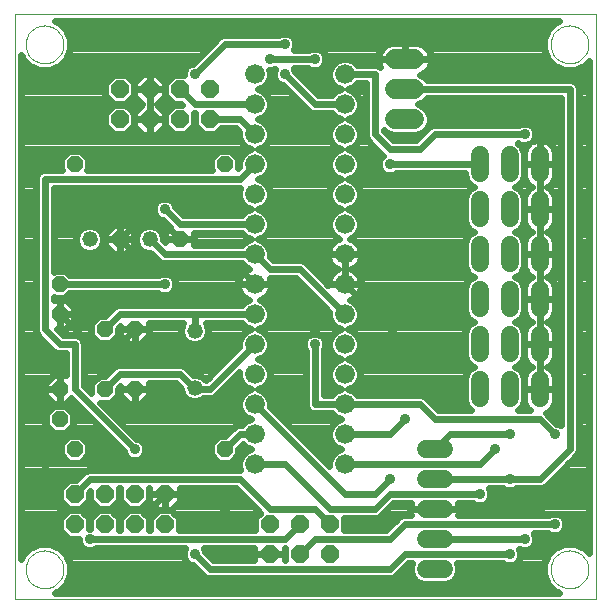
<source format=gbl>
G75*
%MOIN*%
%OFA0B0*%
%FSLAX24Y24*%
%IPPOS*%
%LPD*%
%AMOC8*
5,1,8,0,0,1.08239X$1,22.5*
%
%ADD10C,0.0000*%
%ADD11C,0.0660*%
%ADD12C,0.0520*%
%ADD13OC8,0.0520*%
%ADD14OC8,0.0600*%
%ADD15C,0.0600*%
%ADD16C,0.0660*%
%ADD17C,0.0240*%
%ADD18C,0.0360*%
D10*
X000220Y002000D02*
X000220Y021496D01*
X019590Y021496D01*
X019590Y002000D01*
X000220Y002000D01*
X000590Y003000D02*
X000592Y003050D01*
X000598Y003100D01*
X000608Y003149D01*
X000622Y003197D01*
X000639Y003244D01*
X000660Y003289D01*
X000685Y003333D01*
X000713Y003374D01*
X000745Y003413D01*
X000779Y003450D01*
X000816Y003484D01*
X000856Y003514D01*
X000898Y003541D01*
X000942Y003565D01*
X000988Y003586D01*
X001035Y003602D01*
X001083Y003615D01*
X001133Y003624D01*
X001182Y003629D01*
X001233Y003630D01*
X001283Y003627D01*
X001332Y003620D01*
X001381Y003609D01*
X001429Y003594D01*
X001475Y003576D01*
X001520Y003554D01*
X001563Y003528D01*
X001604Y003499D01*
X001643Y003467D01*
X001679Y003432D01*
X001711Y003394D01*
X001741Y003354D01*
X001768Y003311D01*
X001791Y003267D01*
X001810Y003221D01*
X001826Y003173D01*
X001838Y003124D01*
X001846Y003075D01*
X001850Y003025D01*
X001850Y002975D01*
X001846Y002925D01*
X001838Y002876D01*
X001826Y002827D01*
X001810Y002779D01*
X001791Y002733D01*
X001768Y002689D01*
X001741Y002646D01*
X001711Y002606D01*
X001679Y002568D01*
X001643Y002533D01*
X001604Y002501D01*
X001563Y002472D01*
X001520Y002446D01*
X001475Y002424D01*
X001429Y002406D01*
X001381Y002391D01*
X001332Y002380D01*
X001283Y002373D01*
X001233Y002370D01*
X001182Y002371D01*
X001133Y002376D01*
X001083Y002385D01*
X001035Y002398D01*
X000988Y002414D01*
X000942Y002435D01*
X000898Y002459D01*
X000856Y002486D01*
X000816Y002516D01*
X000779Y002550D01*
X000745Y002587D01*
X000713Y002626D01*
X000685Y002667D01*
X000660Y002711D01*
X000639Y002756D01*
X000622Y002803D01*
X000608Y002851D01*
X000598Y002900D01*
X000592Y002950D01*
X000590Y003000D01*
X000590Y020500D02*
X000592Y020550D01*
X000598Y020600D01*
X000608Y020649D01*
X000622Y020697D01*
X000639Y020744D01*
X000660Y020789D01*
X000685Y020833D01*
X000713Y020874D01*
X000745Y020913D01*
X000779Y020950D01*
X000816Y020984D01*
X000856Y021014D01*
X000898Y021041D01*
X000942Y021065D01*
X000988Y021086D01*
X001035Y021102D01*
X001083Y021115D01*
X001133Y021124D01*
X001182Y021129D01*
X001233Y021130D01*
X001283Y021127D01*
X001332Y021120D01*
X001381Y021109D01*
X001429Y021094D01*
X001475Y021076D01*
X001520Y021054D01*
X001563Y021028D01*
X001604Y020999D01*
X001643Y020967D01*
X001679Y020932D01*
X001711Y020894D01*
X001741Y020854D01*
X001768Y020811D01*
X001791Y020767D01*
X001810Y020721D01*
X001826Y020673D01*
X001838Y020624D01*
X001846Y020575D01*
X001850Y020525D01*
X001850Y020475D01*
X001846Y020425D01*
X001838Y020376D01*
X001826Y020327D01*
X001810Y020279D01*
X001791Y020233D01*
X001768Y020189D01*
X001741Y020146D01*
X001711Y020106D01*
X001679Y020068D01*
X001643Y020033D01*
X001604Y020001D01*
X001563Y019972D01*
X001520Y019946D01*
X001475Y019924D01*
X001429Y019906D01*
X001381Y019891D01*
X001332Y019880D01*
X001283Y019873D01*
X001233Y019870D01*
X001182Y019871D01*
X001133Y019876D01*
X001083Y019885D01*
X001035Y019898D01*
X000988Y019914D01*
X000942Y019935D01*
X000898Y019959D01*
X000856Y019986D01*
X000816Y020016D01*
X000779Y020050D01*
X000745Y020087D01*
X000713Y020126D01*
X000685Y020167D01*
X000660Y020211D01*
X000639Y020256D01*
X000622Y020303D01*
X000608Y020351D01*
X000598Y020400D01*
X000592Y020450D01*
X000590Y020500D01*
X018090Y020500D02*
X018092Y020550D01*
X018098Y020600D01*
X018108Y020649D01*
X018122Y020697D01*
X018139Y020744D01*
X018160Y020789D01*
X018185Y020833D01*
X018213Y020874D01*
X018245Y020913D01*
X018279Y020950D01*
X018316Y020984D01*
X018356Y021014D01*
X018398Y021041D01*
X018442Y021065D01*
X018488Y021086D01*
X018535Y021102D01*
X018583Y021115D01*
X018633Y021124D01*
X018682Y021129D01*
X018733Y021130D01*
X018783Y021127D01*
X018832Y021120D01*
X018881Y021109D01*
X018929Y021094D01*
X018975Y021076D01*
X019020Y021054D01*
X019063Y021028D01*
X019104Y020999D01*
X019143Y020967D01*
X019179Y020932D01*
X019211Y020894D01*
X019241Y020854D01*
X019268Y020811D01*
X019291Y020767D01*
X019310Y020721D01*
X019326Y020673D01*
X019338Y020624D01*
X019346Y020575D01*
X019350Y020525D01*
X019350Y020475D01*
X019346Y020425D01*
X019338Y020376D01*
X019326Y020327D01*
X019310Y020279D01*
X019291Y020233D01*
X019268Y020189D01*
X019241Y020146D01*
X019211Y020106D01*
X019179Y020068D01*
X019143Y020033D01*
X019104Y020001D01*
X019063Y019972D01*
X019020Y019946D01*
X018975Y019924D01*
X018929Y019906D01*
X018881Y019891D01*
X018832Y019880D01*
X018783Y019873D01*
X018733Y019870D01*
X018682Y019871D01*
X018633Y019876D01*
X018583Y019885D01*
X018535Y019898D01*
X018488Y019914D01*
X018442Y019935D01*
X018398Y019959D01*
X018356Y019986D01*
X018316Y020016D01*
X018279Y020050D01*
X018245Y020087D01*
X018213Y020126D01*
X018185Y020167D01*
X018160Y020211D01*
X018139Y020256D01*
X018122Y020303D01*
X018108Y020351D01*
X018098Y020400D01*
X018092Y020450D01*
X018090Y020500D01*
X018090Y003000D02*
X018092Y003050D01*
X018098Y003100D01*
X018108Y003149D01*
X018122Y003197D01*
X018139Y003244D01*
X018160Y003289D01*
X018185Y003333D01*
X018213Y003374D01*
X018245Y003413D01*
X018279Y003450D01*
X018316Y003484D01*
X018356Y003514D01*
X018398Y003541D01*
X018442Y003565D01*
X018488Y003586D01*
X018535Y003602D01*
X018583Y003615D01*
X018633Y003624D01*
X018682Y003629D01*
X018733Y003630D01*
X018783Y003627D01*
X018832Y003620D01*
X018881Y003609D01*
X018929Y003594D01*
X018975Y003576D01*
X019020Y003554D01*
X019063Y003528D01*
X019104Y003499D01*
X019143Y003467D01*
X019179Y003432D01*
X019211Y003394D01*
X019241Y003354D01*
X019268Y003311D01*
X019291Y003267D01*
X019310Y003221D01*
X019326Y003173D01*
X019338Y003124D01*
X019346Y003075D01*
X019350Y003025D01*
X019350Y002975D01*
X019346Y002925D01*
X019338Y002876D01*
X019326Y002827D01*
X019310Y002779D01*
X019291Y002733D01*
X019268Y002689D01*
X019241Y002646D01*
X019211Y002606D01*
X019179Y002568D01*
X019143Y002533D01*
X019104Y002501D01*
X019063Y002472D01*
X019020Y002446D01*
X018975Y002424D01*
X018929Y002406D01*
X018881Y002391D01*
X018832Y002380D01*
X018783Y002373D01*
X018733Y002370D01*
X018682Y002371D01*
X018633Y002376D01*
X018583Y002385D01*
X018535Y002398D01*
X018488Y002414D01*
X018442Y002435D01*
X018398Y002459D01*
X018356Y002486D01*
X018316Y002516D01*
X018279Y002550D01*
X018245Y002587D01*
X018213Y002626D01*
X018185Y002667D01*
X018160Y002711D01*
X018139Y002756D01*
X018122Y002803D01*
X018108Y002851D01*
X018098Y002900D01*
X018092Y002950D01*
X018090Y003000D01*
D11*
X011220Y006500D03*
X011220Y007500D03*
X011220Y008500D03*
X011220Y009500D03*
X011220Y010500D03*
X011220Y011500D03*
X011220Y012500D03*
X011220Y013500D03*
X011220Y014500D03*
X011220Y015500D03*
X011220Y016500D03*
X011220Y017500D03*
X011220Y018500D03*
X011220Y019500D03*
X008220Y019500D03*
X008220Y018500D03*
X008220Y017500D03*
X008220Y016500D03*
X008220Y015500D03*
X008220Y014500D03*
X008220Y013500D03*
X008220Y012500D03*
X008220Y011500D03*
X008220Y010500D03*
X008220Y009500D03*
X008220Y008500D03*
X008220Y007500D03*
X008220Y006500D03*
D12*
X006220Y009050D03*
X006220Y010950D03*
X004720Y014000D03*
X002720Y014000D03*
D13*
X003720Y014000D03*
X005720Y014000D03*
X007220Y016500D03*
X002220Y016500D03*
X001720Y012500D03*
X001720Y011500D03*
X003220Y011000D03*
X004220Y011000D03*
X004220Y009000D03*
X003220Y009000D03*
X001720Y009000D03*
X001720Y008000D03*
X002220Y007000D03*
X007220Y007000D03*
D14*
X005220Y005500D03*
X005220Y004500D03*
X004220Y004500D03*
X004220Y005500D03*
X003220Y005500D03*
X003220Y004500D03*
X002220Y004500D03*
X002220Y005500D03*
X008720Y004500D03*
X008720Y003500D03*
X009720Y003500D03*
X010720Y003500D03*
X010720Y004500D03*
X009720Y004500D03*
X006720Y018000D03*
X006720Y019000D03*
X005720Y019000D03*
X005720Y018000D03*
X004720Y018000D03*
X003720Y018000D03*
X003720Y019000D03*
X004720Y019000D03*
D15*
X015720Y016800D02*
X015720Y016200D01*
X015720Y015300D02*
X015720Y014700D01*
X015720Y013800D02*
X015720Y013200D01*
X015720Y012300D02*
X015720Y011700D01*
X015720Y010800D02*
X015720Y010200D01*
X015720Y009300D02*
X015720Y008700D01*
X016720Y008700D02*
X016720Y009300D01*
X016720Y010200D02*
X016720Y010800D01*
X016720Y011700D02*
X016720Y012300D01*
X016720Y013200D02*
X016720Y013800D01*
X016720Y014700D02*
X016720Y015300D01*
X016720Y016200D02*
X016720Y016800D01*
X017720Y016800D02*
X017720Y016200D01*
X017720Y015300D02*
X017720Y014700D01*
X017720Y013800D02*
X017720Y013200D01*
X017720Y012300D02*
X017720Y011700D01*
X017720Y010800D02*
X017720Y010200D01*
X017720Y009300D02*
X017720Y008700D01*
X014520Y007000D02*
X013920Y007000D01*
X013920Y006000D02*
X014520Y006000D01*
X014520Y005000D02*
X013920Y005000D01*
X013920Y004000D02*
X014520Y004000D01*
X014520Y003000D02*
X013920Y003000D01*
D16*
X013550Y018000D02*
X012890Y018000D01*
X012890Y019000D02*
X013550Y019000D01*
X013550Y020000D02*
X012890Y020000D01*
D17*
X013220Y020000D02*
X012340Y020000D01*
X013220Y020000D01*
X013220Y020000D01*
X013220Y020550D01*
X013593Y020550D01*
X013679Y020536D01*
X013761Y020510D01*
X013838Y020470D01*
X013908Y020420D01*
X013970Y020358D01*
X014020Y020288D01*
X014060Y020211D01*
X014086Y020129D01*
X014100Y020043D01*
X014100Y020000D01*
X013220Y020000D01*
X013220Y020000D01*
X013220Y020000D01*
X013220Y020550D01*
X012847Y020550D01*
X012761Y020536D01*
X012679Y020510D01*
X012602Y020470D01*
X012532Y020420D01*
X012470Y020358D01*
X012420Y020288D01*
X012380Y020211D01*
X012354Y020129D01*
X012340Y020043D01*
X012340Y020000D01*
X012340Y019957D01*
X012354Y019871D01*
X012380Y019789D01*
X012406Y019738D01*
X012390Y019754D01*
X012280Y019800D01*
X011641Y019800D01*
X011509Y019932D01*
X011321Y020010D01*
X011119Y020010D01*
X010931Y019932D01*
X010788Y019789D01*
X010710Y019601D01*
X010710Y019399D01*
X010788Y019211D01*
X010931Y019068D01*
X011094Y019000D01*
X010931Y018932D01*
X010799Y018800D01*
X010344Y018800D01*
X009580Y019564D01*
X009580Y019572D01*
X009527Y019700D01*
X010011Y019700D01*
X010016Y019695D01*
X010148Y019640D01*
X010292Y019640D01*
X010424Y019695D01*
X010525Y019796D01*
X010580Y019928D01*
X010580Y020072D01*
X010525Y020204D01*
X010424Y020305D01*
X010292Y020360D01*
X010148Y020360D01*
X010016Y020305D01*
X010011Y020300D01*
X009527Y020300D01*
X009580Y020428D01*
X009580Y020572D01*
X009525Y020704D01*
X009424Y020805D01*
X009292Y020860D01*
X009148Y020860D01*
X009016Y020805D01*
X009011Y020800D01*
X007160Y020800D01*
X007050Y020754D01*
X006966Y020670D01*
X006156Y019860D01*
X006148Y019860D01*
X006016Y019805D01*
X005915Y019704D01*
X005860Y019572D01*
X005860Y019480D01*
X005521Y019480D01*
X005240Y019199D01*
X005240Y018801D01*
X005521Y018520D01*
X005776Y018520D01*
X005816Y018480D01*
X005521Y018480D01*
X005240Y018199D01*
X005240Y017801D01*
X005521Y017520D01*
X005919Y017520D01*
X006200Y017801D01*
X006200Y018199D01*
X006199Y018200D01*
X006241Y018200D01*
X006240Y018199D01*
X006240Y017801D01*
X006521Y017520D01*
X006919Y017520D01*
X007099Y017700D01*
X007596Y017700D01*
X007710Y017586D01*
X007710Y017399D01*
X007788Y017211D01*
X007931Y017068D01*
X008094Y017000D01*
X007931Y016932D01*
X007788Y016789D01*
X007710Y016601D01*
X007710Y016414D01*
X007660Y016364D01*
X007660Y016682D01*
X007402Y016940D01*
X007038Y016940D01*
X006780Y016682D01*
X006780Y016318D01*
X006798Y016300D01*
X002642Y016300D01*
X002660Y016318D01*
X002660Y016682D01*
X002402Y016940D01*
X002038Y016940D01*
X001780Y016682D01*
X001780Y016318D01*
X001798Y016300D01*
X001160Y016300D01*
X001050Y016254D01*
X000966Y016170D01*
X000920Y016060D01*
X000920Y010940D01*
X000966Y010830D01*
X001050Y010746D01*
X001550Y010246D01*
X001660Y010200D01*
X001920Y010200D01*
X001920Y009479D01*
X001919Y009480D01*
X001720Y009480D01*
X001720Y009000D01*
X001220Y009000D01*
X001220Y005500D01*
X001720Y005000D01*
X004720Y005000D01*
X005220Y005500D01*
X006720Y005500D01*
X007220Y005000D01*
X007718Y005578D02*
X005740Y005578D01*
X005740Y005500D02*
X005740Y005700D01*
X007596Y005700D01*
X008418Y004877D01*
X008240Y004699D01*
X008240Y004301D01*
X008241Y004300D01*
X005699Y004300D01*
X005700Y004301D01*
X005700Y004699D01*
X005419Y004980D01*
X005021Y004980D01*
X004740Y004699D01*
X004740Y004301D01*
X004741Y004300D01*
X004699Y004300D01*
X004700Y004301D01*
X004700Y004699D01*
X004419Y004980D01*
X004021Y004980D01*
X003740Y004699D01*
X003740Y004301D01*
X003741Y004300D01*
X003699Y004300D01*
X003700Y004301D01*
X003700Y004699D01*
X003419Y004980D01*
X003021Y004980D01*
X002740Y004699D01*
X002740Y004360D01*
X002700Y004360D01*
X002700Y004699D01*
X002419Y004980D01*
X002021Y004980D01*
X001740Y004699D01*
X001740Y004301D01*
X002021Y004020D01*
X002360Y004020D01*
X002360Y003928D01*
X002415Y003796D01*
X002516Y003695D01*
X002648Y003640D01*
X002792Y003640D01*
X002924Y003695D01*
X002929Y003700D01*
X005913Y003700D01*
X005860Y003572D01*
X005860Y003428D01*
X005915Y003296D01*
X006016Y003195D01*
X006148Y003140D01*
X006156Y003140D01*
X006466Y002830D01*
X006550Y002746D01*
X006660Y002700D01*
X012780Y002700D01*
X012890Y002746D01*
X013344Y003200D01*
X013483Y003200D01*
X013440Y003095D01*
X013440Y002905D01*
X013513Y002728D01*
X013648Y002593D01*
X013825Y002520D01*
X014615Y002520D01*
X014792Y002593D01*
X014927Y002728D01*
X015000Y002905D01*
X015000Y003095D01*
X014957Y003200D01*
X016511Y003200D01*
X016516Y003195D01*
X016648Y003140D01*
X016792Y003140D01*
X016924Y003195D01*
X017025Y003296D01*
X017080Y003428D01*
X017080Y003572D01*
X017032Y003688D01*
X017148Y003640D01*
X017292Y003640D01*
X017424Y003695D01*
X017525Y003796D01*
X017580Y003928D01*
X017580Y004072D01*
X017527Y004200D01*
X018011Y004200D01*
X018016Y004195D01*
X018148Y004140D01*
X018292Y004140D01*
X018424Y004195D01*
X018525Y004296D01*
X018580Y004428D01*
X018580Y004572D01*
X018525Y004704D01*
X018424Y004805D01*
X018292Y004860D01*
X018148Y004860D01*
X018016Y004805D01*
X018011Y004800D01*
X015002Y004800D01*
X015002Y004800D01*
X015027Y004878D01*
X015040Y004959D01*
X015040Y005000D01*
X015040Y005041D01*
X015027Y005122D01*
X015002Y005200D01*
X015511Y005200D01*
X015516Y005195D01*
X015648Y005140D01*
X015792Y005140D01*
X015924Y005195D01*
X016025Y005296D01*
X016080Y005428D01*
X016080Y005572D01*
X016027Y005700D01*
X016511Y005700D01*
X016516Y005695D01*
X016648Y005640D01*
X016792Y005640D01*
X016924Y005695D01*
X016929Y005700D01*
X017780Y005700D01*
X017890Y005746D01*
X018890Y006746D01*
X018974Y006830D01*
X019020Y006940D01*
X019020Y019060D01*
X018974Y019170D01*
X018890Y019254D01*
X018780Y019300D01*
X013971Y019300D01*
X013839Y019432D01*
X013726Y019479D01*
X013761Y019490D01*
X013838Y019530D01*
X013908Y019580D01*
X013970Y019642D01*
X014020Y019712D01*
X014060Y019789D01*
X014086Y019871D01*
X014100Y019957D01*
X014100Y020000D01*
X013220Y020000D01*
X013220Y020126D02*
X013220Y020126D01*
X013220Y020365D02*
X013220Y020365D01*
X013963Y020365D02*
X017870Y020365D01*
X017870Y020331D02*
X017999Y020019D01*
X018239Y019779D01*
X018551Y019650D01*
X018889Y019650D01*
X019201Y019779D01*
X019370Y019948D01*
X019370Y003552D01*
X019201Y003721D01*
X018889Y003850D01*
X018551Y003850D01*
X018239Y003721D01*
X017999Y003481D01*
X017870Y003169D01*
X017870Y002831D01*
X017999Y002519D01*
X018239Y002279D01*
X018382Y002220D01*
X001558Y002220D01*
X001701Y002279D01*
X001941Y002519D01*
X002070Y002831D01*
X002070Y003169D01*
X001941Y003481D01*
X001701Y003721D01*
X001389Y003850D01*
X001051Y003850D01*
X000739Y003721D01*
X000499Y003481D01*
X000440Y003338D01*
X000440Y020162D01*
X000499Y020019D01*
X000739Y019779D01*
X001051Y019650D01*
X001389Y019650D01*
X001701Y019779D01*
X001941Y020019D01*
X002070Y020331D01*
X002070Y020669D01*
X001941Y020981D01*
X001701Y021221D01*
X001567Y021276D01*
X018373Y021276D01*
X018239Y021221D01*
X017999Y020981D01*
X017870Y020669D01*
X017870Y020331D01*
X017955Y020126D02*
X014087Y020126D01*
X014089Y019888D02*
X018131Y019888D01*
X017870Y020603D02*
X009567Y020603D01*
X009554Y020365D02*
X012477Y020365D01*
X012353Y020126D02*
X010557Y020126D01*
X010563Y019888D02*
X010886Y019888D01*
X010730Y019649D02*
X010313Y019649D01*
X010127Y019649D02*
X009548Y019649D01*
X009734Y019411D02*
X010710Y019411D01*
X010827Y019172D02*
X009972Y019172D01*
X010211Y018934D02*
X010934Y018934D01*
X011346Y019000D02*
X011509Y019068D01*
X011641Y019200D01*
X011920Y019200D01*
X011920Y017440D01*
X011966Y017330D01*
X012050Y017246D01*
X012503Y016792D01*
X012415Y016704D01*
X012360Y016572D01*
X012360Y016428D01*
X012415Y016296D01*
X012516Y016195D01*
X012648Y016140D01*
X012792Y016140D01*
X012924Y016195D01*
X012929Y016200D01*
X015240Y016200D01*
X015240Y016105D01*
X015313Y015928D01*
X015448Y015793D01*
X015552Y015750D01*
X015448Y015707D01*
X015313Y015572D01*
X015240Y015395D01*
X015240Y014605D01*
X015313Y014428D01*
X015448Y014293D01*
X015552Y014250D01*
X015448Y014207D01*
X015313Y014072D01*
X015240Y013895D01*
X015240Y013105D01*
X015313Y012928D01*
X015448Y012793D01*
X015552Y012750D01*
X015448Y012707D01*
X015313Y012572D01*
X015240Y012395D01*
X015240Y011605D01*
X015313Y011428D01*
X015448Y011293D01*
X015552Y011250D01*
X015448Y011207D01*
X015313Y011072D01*
X015240Y010895D01*
X015240Y010105D01*
X015313Y009928D01*
X015448Y009793D01*
X015552Y009750D01*
X015448Y009707D01*
X015313Y009572D01*
X015240Y009395D01*
X015240Y008605D01*
X015313Y008428D01*
X015441Y008300D01*
X014344Y008300D01*
X013974Y008670D01*
X013890Y008754D01*
X013780Y008800D01*
X011641Y008800D01*
X011509Y008932D01*
X011346Y009000D01*
X011509Y009068D01*
X011652Y009211D01*
X011730Y009399D01*
X011730Y009601D01*
X011652Y009789D01*
X011509Y009932D01*
X011346Y010000D01*
X011509Y010068D01*
X011652Y010211D01*
X011730Y010399D01*
X011730Y010601D01*
X011652Y010789D01*
X011509Y010932D01*
X011346Y011000D01*
X011509Y011068D01*
X011652Y011211D01*
X011730Y011399D01*
X011730Y011601D01*
X011652Y011789D01*
X011509Y011932D01*
X011396Y011979D01*
X011431Y011990D01*
X011508Y012030D01*
X011578Y012080D01*
X011640Y012142D01*
X011690Y012212D01*
X011730Y012289D01*
X011756Y012371D01*
X011770Y012457D01*
X011770Y012500D01*
X011770Y012543D01*
X011756Y012629D01*
X011730Y012711D01*
X011690Y012788D01*
X011640Y012858D01*
X011578Y012920D01*
X011508Y012970D01*
X011450Y013000D01*
X011508Y013030D01*
X011578Y013080D01*
X011640Y013142D01*
X011690Y013212D01*
X011730Y013289D01*
X011756Y013371D01*
X011770Y013457D01*
X011770Y013500D01*
X011770Y013543D01*
X011756Y013629D01*
X011730Y013711D01*
X011690Y013788D01*
X011640Y013858D01*
X011578Y013920D01*
X011508Y013970D01*
X011431Y014010D01*
X011396Y014021D01*
X011509Y014068D01*
X011652Y014211D01*
X011730Y014399D01*
X011730Y014601D01*
X011652Y014789D01*
X011509Y014932D01*
X011346Y015000D01*
X011509Y015068D01*
X011652Y015211D01*
X011730Y015399D01*
X011730Y015601D01*
X011652Y015789D01*
X011509Y015932D01*
X011346Y016000D01*
X011509Y016068D01*
X011652Y016211D01*
X011730Y016399D01*
X011730Y016601D01*
X011652Y016789D01*
X011509Y016932D01*
X011346Y017000D01*
X011509Y017068D01*
X011652Y017211D01*
X011730Y017399D01*
X011730Y017601D01*
X011652Y017789D01*
X011509Y017932D01*
X011346Y018000D01*
X011509Y018068D01*
X011652Y018211D01*
X011730Y018399D01*
X011730Y018601D01*
X011652Y018789D01*
X011509Y018932D01*
X011346Y019000D01*
X011506Y018934D02*
X011920Y018934D01*
X011920Y019172D02*
X011613Y019172D01*
X011691Y018695D02*
X011920Y018695D01*
X011920Y018457D02*
X011730Y018457D01*
X011655Y018218D02*
X011920Y018218D01*
X011920Y017980D02*
X011395Y017980D01*
X011094Y018000D02*
X010931Y017932D01*
X010788Y017789D01*
X010710Y017601D01*
X010710Y017399D01*
X010788Y017211D01*
X010931Y017068D01*
X011094Y017000D01*
X010931Y016932D01*
X010788Y016789D01*
X010710Y016601D01*
X010710Y016399D01*
X010788Y016211D01*
X010931Y016068D01*
X011094Y016000D01*
X010931Y015932D01*
X010788Y015789D01*
X010710Y015601D01*
X010710Y015399D01*
X010788Y015211D01*
X010931Y015068D01*
X011094Y015000D01*
X010931Y014932D01*
X010788Y014789D01*
X010710Y014601D01*
X010710Y014399D01*
X010788Y014211D01*
X010931Y014068D01*
X011044Y014021D01*
X011009Y014010D01*
X010932Y013970D01*
X010862Y013920D01*
X010800Y013858D01*
X010750Y013788D01*
X010710Y013711D01*
X010684Y013629D01*
X010670Y013543D01*
X010670Y013500D01*
X011220Y013500D01*
X009220Y013500D01*
X008844Y013300D02*
X008730Y013414D01*
X008730Y013601D01*
X008652Y013789D01*
X008509Y013932D01*
X008346Y014000D01*
X008509Y014068D01*
X008652Y014211D01*
X008730Y014399D01*
X008730Y014601D01*
X008652Y014789D01*
X008509Y014932D01*
X008346Y015000D01*
X008509Y015068D01*
X008652Y015211D01*
X008730Y015399D01*
X008730Y015601D01*
X008652Y015789D01*
X008509Y015932D01*
X008346Y016000D01*
X008509Y016068D01*
X008652Y016211D01*
X008730Y016399D01*
X008730Y016601D01*
X008652Y016789D01*
X008509Y016932D01*
X008346Y017000D01*
X008509Y017068D01*
X008652Y017211D01*
X008730Y017399D01*
X008730Y017601D01*
X008652Y017789D01*
X008509Y017932D01*
X008346Y018000D01*
X008509Y018068D01*
X008652Y018211D01*
X008730Y018399D01*
X008730Y018601D01*
X008652Y018789D01*
X008509Y018932D01*
X008346Y019000D01*
X008509Y019068D01*
X008652Y019211D01*
X008730Y019399D01*
X008730Y019601D01*
X008714Y019640D01*
X008792Y019640D01*
X008908Y019688D01*
X008860Y019572D01*
X008860Y019428D01*
X008915Y019296D01*
X009016Y019195D01*
X009148Y019140D01*
X009156Y019140D01*
X009966Y018330D01*
X010050Y018246D01*
X010160Y018200D01*
X010799Y018200D01*
X010931Y018068D01*
X011094Y018000D01*
X011045Y017980D02*
X008395Y017980D01*
X008655Y018218D02*
X010117Y018218D01*
X010220Y018500D02*
X011220Y018500D01*
X010768Y017741D02*
X008672Y017741D01*
X008730Y017503D02*
X010710Y017503D01*
X010766Y017264D02*
X008674Y017264D01*
X008407Y017026D02*
X011033Y017026D01*
X011407Y017026D02*
X012270Y017026D01*
X012498Y016787D02*
X011653Y016787D01*
X011730Y016549D02*
X012360Y016549D01*
X012409Y016310D02*
X011693Y016310D01*
X011513Y016072D02*
X015254Y016072D01*
X015408Y015833D02*
X011608Y015833D01*
X011730Y015595D02*
X015336Y015595D01*
X015240Y015356D02*
X011712Y015356D01*
X011559Y015118D02*
X015240Y015118D01*
X015240Y014879D02*
X011562Y014879D01*
X011714Y014641D02*
X015240Y014641D01*
X015339Y014402D02*
X011730Y014402D01*
X011605Y014164D02*
X015405Y014164D01*
X015252Y013925D02*
X011571Y013925D01*
X011738Y013687D02*
X015240Y013687D01*
X015240Y013448D02*
X011769Y013448D01*
X011770Y013500D02*
X011220Y013500D01*
X011770Y013500D01*
X011689Y013210D02*
X015240Y013210D01*
X015295Y012971D02*
X011507Y012971D01*
X011719Y012733D02*
X015510Y012733D01*
X015281Y012494D02*
X011770Y012494D01*
X011770Y012500D02*
X011220Y012500D01*
X013720Y010000D01*
X013966Y008678D02*
X015240Y008678D01*
X015240Y008917D02*
X011525Y008917D01*
X011596Y009155D02*
X015240Y009155D01*
X015240Y009394D02*
X011728Y009394D01*
X011717Y009632D02*
X015373Y009632D01*
X015371Y009871D02*
X011571Y009871D01*
X011550Y010109D02*
X015240Y010109D01*
X015240Y010348D02*
X011709Y010348D01*
X011730Y010586D02*
X015240Y010586D01*
X015240Y010825D02*
X011617Y010825D01*
X011498Y011063D02*
X015309Y011063D01*
X015440Y011302D02*
X011690Y011302D01*
X011730Y011540D02*
X015267Y011540D01*
X015240Y011779D02*
X011657Y011779D01*
X011484Y012017D02*
X015240Y012017D01*
X015240Y012256D02*
X011713Y012256D01*
X011770Y012500D02*
X011220Y012500D01*
X011220Y012500D01*
X011220Y012500D01*
X011220Y013050D01*
X011220Y013500D01*
X011220Y013500D01*
X011220Y013500D01*
X011220Y013500D01*
X010670Y013500D01*
X010670Y013457D01*
X010684Y013371D01*
X010710Y013289D01*
X010750Y013212D01*
X010800Y013142D01*
X010862Y013080D01*
X010932Y013030D01*
X010990Y013000D01*
X010932Y012970D01*
X010862Y012920D01*
X010800Y012858D01*
X010750Y012788D01*
X010710Y012711D01*
X010684Y012629D01*
X010670Y012543D01*
X010670Y012500D01*
X011220Y012500D01*
X011220Y012500D01*
X011220Y013500D01*
X011220Y013448D02*
X011220Y013448D01*
X011220Y013210D02*
X011220Y013210D01*
X011220Y012971D02*
X011220Y012971D01*
X011220Y012733D02*
X011220Y012733D01*
X010933Y012971D02*
X010173Y012971D01*
X009974Y013170D02*
X009890Y013254D01*
X009780Y013300D01*
X008844Y013300D01*
X008730Y013448D02*
X010671Y013448D01*
X010702Y013687D02*
X008695Y013687D01*
X008516Y013925D02*
X010869Y013925D01*
X010835Y014164D02*
X008605Y014164D01*
X008730Y014402D02*
X010710Y014402D01*
X010726Y014641D02*
X008714Y014641D01*
X008562Y014879D02*
X010878Y014879D01*
X010881Y015118D02*
X008559Y015118D01*
X008712Y015356D02*
X010728Y015356D01*
X010710Y015595D02*
X008730Y015595D01*
X008608Y015833D02*
X010832Y015833D01*
X010927Y016072D02*
X008513Y016072D01*
X008693Y016310D02*
X010747Y016310D01*
X010710Y016549D02*
X008730Y016549D01*
X008653Y016787D02*
X010787Y016787D01*
X011674Y017264D02*
X012032Y017264D01*
X011920Y017503D02*
X011730Y017503D01*
X011672Y017741D02*
X011920Y017741D01*
X012220Y017500D02*
X012220Y019500D01*
X011220Y019500D01*
X011554Y019888D02*
X012351Y019888D01*
X013220Y019000D02*
X018720Y019000D01*
X018720Y007000D01*
X017720Y006000D01*
X016720Y006000D01*
X014220Y006000D01*
X013438Y005200D02*
X013438Y005200D01*
X012844Y005200D01*
X012474Y004830D01*
X012390Y004746D01*
X012280Y004700D01*
X011199Y004700D01*
X011200Y004699D01*
X011200Y004301D01*
X011199Y004300D01*
X012596Y004300D01*
X012966Y004670D01*
X013050Y004754D01*
X013160Y004800D01*
X013438Y004800D01*
X013438Y004800D01*
X013413Y004878D01*
X013400Y004959D01*
X013400Y005000D01*
X014220Y005000D01*
X017720Y005000D01*
X018220Y004500D02*
X013220Y004500D01*
X012720Y004000D01*
X010220Y004000D01*
X009720Y003500D01*
X009240Y003500D02*
X009240Y003700D01*
X009241Y003700D01*
X009240Y003699D01*
X009240Y003301D01*
X009241Y003300D01*
X009240Y003300D01*
X009240Y003500D01*
X008720Y003500D01*
X008720Y003500D01*
X008720Y003500D01*
X008200Y003500D01*
X008200Y003700D01*
X006527Y003700D01*
X006580Y003572D01*
X006580Y003564D01*
X006844Y003300D01*
X008200Y003300D01*
X008200Y003500D01*
X008720Y003500D01*
X009240Y003500D01*
X009240Y003431D02*
X009240Y003431D01*
X009240Y003670D02*
X009240Y003670D01*
X009220Y004000D02*
X009720Y004500D01*
X010220Y005000D02*
X010720Y004500D01*
X011200Y004385D02*
X012681Y004385D01*
X012919Y004624D02*
X011200Y004624D01*
X010720Y005000D02*
X009220Y006500D01*
X008220Y006500D01*
X008094Y007000D02*
X007931Y006932D01*
X007788Y006789D01*
X007710Y006601D01*
X007710Y006399D01*
X007751Y006300D01*
X002660Y006300D01*
X002550Y006254D01*
X002466Y006170D01*
X002276Y005980D01*
X002021Y005980D01*
X001740Y005699D01*
X001740Y005301D01*
X002021Y005020D01*
X002419Y005020D01*
X002700Y005301D01*
X002700Y005556D01*
X002740Y005596D01*
X002740Y005301D01*
X003021Y005020D01*
X003419Y005020D01*
X003700Y005301D01*
X003700Y005699D01*
X003699Y005700D01*
X003741Y005700D01*
X003740Y005699D01*
X003740Y005301D01*
X004021Y005020D01*
X004419Y005020D01*
X004700Y005301D01*
X004700Y005699D01*
X004699Y005700D01*
X004700Y005700D01*
X004700Y005500D01*
X005220Y005500D01*
X005740Y005500D01*
X005220Y005500D01*
X005220Y005500D01*
X005220Y004980D01*
X005435Y004980D01*
X005740Y005285D01*
X005740Y005500D01*
X005740Y005339D02*
X007957Y005339D01*
X008195Y005101D02*
X005556Y005101D01*
X005537Y004862D02*
X008403Y004862D01*
X008240Y004624D02*
X005700Y004624D01*
X005700Y004385D02*
X008240Y004385D01*
X008200Y003670D02*
X006539Y003670D01*
X006713Y003431D02*
X008200Y003431D01*
X009220Y004000D02*
X002720Y004000D01*
X002863Y003670D02*
X005901Y003670D01*
X005860Y003431D02*
X001961Y003431D01*
X002060Y003193D02*
X006022Y003193D01*
X006220Y003500D02*
X006720Y003000D01*
X012720Y003000D01*
X013220Y003500D01*
X016720Y003500D01*
X017039Y003670D02*
X017077Y003670D01*
X017080Y003431D02*
X017979Y003431D01*
X017880Y003193D02*
X016918Y003193D01*
X016522Y003193D02*
X014960Y003193D01*
X015000Y002954D02*
X017870Y002954D01*
X017918Y002716D02*
X014914Y002716D01*
X014220Y004000D02*
X017220Y004000D01*
X017363Y003670D02*
X018188Y003670D01*
X018133Y004147D02*
X017549Y004147D01*
X017572Y003908D02*
X019370Y003908D01*
X019370Y003670D02*
X019252Y003670D01*
X019370Y004147D02*
X018307Y004147D01*
X018562Y004385D02*
X019370Y004385D01*
X019370Y004624D02*
X018559Y004624D01*
X019370Y004862D02*
X015022Y004862D01*
X015040Y005000D02*
X014220Y005000D01*
X015040Y005000D01*
X015031Y005101D02*
X019370Y005101D01*
X019370Y005339D02*
X016043Y005339D01*
X016078Y005578D02*
X019370Y005578D01*
X019370Y005816D02*
X017960Y005816D01*
X018199Y006055D02*
X019370Y006055D01*
X019370Y006293D02*
X018437Y006293D01*
X018676Y006532D02*
X019370Y006532D01*
X019370Y006770D02*
X018914Y006770D01*
X019020Y007009D02*
X019370Y007009D01*
X019370Y007247D02*
X019020Y007247D01*
X019020Y007486D02*
X019370Y007486D01*
X019370Y007724D02*
X019020Y007724D01*
X019020Y007963D02*
X019370Y007963D01*
X019370Y008201D02*
X019020Y008201D01*
X019020Y008440D02*
X019370Y008440D01*
X019370Y008678D02*
X019020Y008678D01*
X019020Y008917D02*
X019370Y008917D01*
X019370Y009155D02*
X019020Y009155D01*
X019020Y009394D02*
X019370Y009394D01*
X019370Y009632D02*
X019020Y009632D01*
X019020Y009871D02*
X019370Y009871D01*
X019370Y010109D02*
X019020Y010109D01*
X019020Y010348D02*
X019370Y010348D01*
X019370Y010586D02*
X019020Y010586D01*
X019020Y010825D02*
X019370Y010825D01*
X019370Y011063D02*
X019020Y011063D01*
X019020Y011302D02*
X019370Y011302D01*
X019370Y011540D02*
X019020Y011540D01*
X019020Y011779D02*
X019370Y011779D01*
X019370Y012017D02*
X019020Y012017D01*
X019020Y012256D02*
X019370Y012256D01*
X019370Y012494D02*
X019020Y012494D01*
X019020Y012733D02*
X019370Y012733D01*
X019370Y012971D02*
X019020Y012971D01*
X019020Y013210D02*
X019370Y013210D01*
X019370Y013448D02*
X019020Y013448D01*
X019020Y013687D02*
X019370Y013687D01*
X019370Y013925D02*
X019020Y013925D01*
X019020Y014164D02*
X019370Y014164D01*
X019370Y014402D02*
X019020Y014402D01*
X019020Y014641D02*
X019370Y014641D01*
X019370Y014879D02*
X019020Y014879D01*
X019020Y015118D02*
X019370Y015118D01*
X019370Y015356D02*
X019020Y015356D01*
X019020Y015595D02*
X019370Y015595D01*
X019370Y015833D02*
X019020Y015833D01*
X019020Y016072D02*
X019370Y016072D01*
X019370Y016310D02*
X019020Y016310D01*
X019020Y016549D02*
X019370Y016549D01*
X019370Y016787D02*
X019020Y016787D01*
X019020Y017026D02*
X019370Y017026D01*
X019370Y017264D02*
X019020Y017264D01*
X019020Y017503D02*
X019370Y017503D01*
X019370Y017741D02*
X019020Y017741D01*
X019020Y017980D02*
X019370Y017980D01*
X019370Y018218D02*
X019020Y018218D01*
X019020Y018457D02*
X019370Y018457D01*
X019370Y018695D02*
X019020Y018695D01*
X019020Y018934D02*
X019370Y018934D01*
X019370Y019172D02*
X018972Y019172D01*
X019370Y019411D02*
X013861Y019411D01*
X013975Y019649D02*
X019370Y019649D01*
X019370Y019888D02*
X019309Y019888D01*
X018420Y018700D02*
X018420Y007807D01*
X018292Y007860D01*
X018284Y007860D01*
X017974Y008170D01*
X017924Y008220D01*
X017993Y008255D01*
X018059Y008303D01*
X018117Y008361D01*
X018165Y008427D01*
X018202Y008500D01*
X018227Y008578D01*
X018240Y008659D01*
X018240Y009000D01*
X018240Y009341D01*
X018227Y009422D01*
X018202Y009500D01*
X018165Y009573D01*
X018117Y009639D01*
X018059Y009697D01*
X017993Y009745D01*
X017982Y009750D01*
X017993Y009755D01*
X018059Y009803D01*
X018117Y009861D01*
X018165Y009927D01*
X018202Y010000D01*
X018227Y010078D01*
X018240Y010159D01*
X018240Y010500D01*
X018240Y010841D01*
X018227Y010922D01*
X018202Y011000D01*
X018165Y011073D01*
X018117Y011139D01*
X018059Y011197D01*
X017993Y011245D01*
X017982Y011250D01*
X017993Y011255D01*
X018059Y011303D01*
X018117Y011361D01*
X018165Y011427D01*
X018202Y011500D01*
X018227Y011578D01*
X018240Y011659D01*
X018240Y012000D01*
X018240Y012341D01*
X018227Y012422D01*
X018202Y012500D01*
X018165Y012573D01*
X018117Y012639D01*
X018059Y012697D01*
X017993Y012745D01*
X017982Y012750D01*
X017993Y012755D01*
X018059Y012803D01*
X018117Y012861D01*
X018165Y012927D01*
X018202Y013000D01*
X018227Y013078D01*
X018240Y013159D01*
X018240Y013500D01*
X018240Y013841D01*
X018227Y013922D01*
X018202Y014000D01*
X018165Y014073D01*
X018117Y014139D01*
X018059Y014197D01*
X017993Y014245D01*
X017982Y014250D01*
X017993Y014255D01*
X018059Y014303D01*
X018117Y014361D01*
X018165Y014427D01*
X018202Y014500D01*
X018227Y014578D01*
X018240Y014659D01*
X018240Y015000D01*
X018240Y015341D01*
X018227Y015422D01*
X018202Y015500D01*
X018165Y015573D01*
X018117Y015639D01*
X018059Y015697D01*
X017993Y015745D01*
X017982Y015750D01*
X017993Y015755D01*
X018059Y015803D01*
X018117Y015861D01*
X018165Y015927D01*
X018202Y016000D01*
X018227Y016078D01*
X018240Y016159D01*
X018240Y016500D01*
X018240Y016841D01*
X018227Y016922D01*
X018202Y017000D01*
X018165Y017073D01*
X018117Y017139D01*
X018059Y017197D01*
X017993Y017245D01*
X017920Y017282D01*
X017842Y017307D01*
X017761Y017320D01*
X017720Y017320D01*
X017720Y016500D01*
X017720Y016500D01*
X018240Y016500D01*
X017720Y016500D01*
X017720Y016500D01*
X017720Y015000D01*
X017720Y015000D01*
X018240Y015000D01*
X017720Y015000D01*
X017720Y015000D01*
X017720Y015820D01*
X017720Y016500D01*
X017720Y016500D01*
X017720Y016500D01*
X017200Y016500D01*
X017200Y016841D01*
X017213Y016922D01*
X017238Y017000D01*
X017275Y017073D01*
X017323Y017139D01*
X017348Y017163D01*
X017292Y017140D01*
X017148Y017140D01*
X017016Y017195D01*
X017011Y017200D01*
X016999Y017200D01*
X017127Y017072D01*
X017200Y016895D01*
X017200Y016105D01*
X017127Y015928D01*
X016992Y015793D01*
X016888Y015750D01*
X016992Y015707D01*
X017127Y015572D01*
X017200Y015395D01*
X017200Y014605D01*
X017127Y014428D01*
X016992Y014293D01*
X016888Y014250D01*
X016992Y014207D01*
X017127Y014072D01*
X017200Y013895D01*
X017200Y013105D01*
X017127Y012928D01*
X016992Y012793D01*
X016888Y012750D01*
X016992Y012707D01*
X017127Y012572D01*
X017200Y012395D01*
X017200Y011605D01*
X017127Y011428D01*
X016992Y011293D01*
X016888Y011250D01*
X016992Y011207D01*
X017127Y011072D01*
X017200Y010895D01*
X017200Y010105D01*
X017127Y009928D01*
X016992Y009793D01*
X016888Y009750D01*
X016992Y009707D01*
X017127Y009572D01*
X017200Y009395D01*
X017200Y008605D01*
X017127Y008428D01*
X016999Y008300D01*
X017386Y008300D01*
X017381Y008303D01*
X017323Y008361D01*
X017275Y008427D01*
X017238Y008500D01*
X017213Y008578D01*
X017200Y008659D01*
X017200Y009000D01*
X017720Y009000D01*
X017720Y009000D01*
X017720Y010500D01*
X017720Y010500D01*
X017720Y012000D01*
X017720Y013500D01*
X017720Y013500D01*
X017720Y015000D01*
X017720Y015000D01*
X017200Y015000D01*
X017200Y015341D01*
X017213Y015422D01*
X017238Y015500D01*
X017275Y015573D01*
X017323Y015639D01*
X017381Y015697D01*
X017447Y015745D01*
X017458Y015750D01*
X017447Y015755D01*
X017381Y015803D01*
X017323Y015861D01*
X017275Y015927D01*
X017238Y016000D01*
X017213Y016078D01*
X017200Y016159D01*
X017200Y016500D01*
X017720Y016500D01*
X017720Y017320D01*
X017679Y017320D01*
X017598Y017307D01*
X017520Y017282D01*
X017501Y017272D01*
X017525Y017296D01*
X017580Y017428D01*
X017580Y017572D01*
X017525Y017704D01*
X017424Y017805D01*
X017292Y017860D01*
X017148Y017860D01*
X017016Y017805D01*
X017011Y017800D01*
X014160Y017800D01*
X014050Y017754D01*
X013596Y017300D01*
X012844Y017300D01*
X012520Y017624D01*
X012520Y017649D01*
X012601Y017568D01*
X012789Y017490D01*
X013651Y017490D01*
X013839Y017568D01*
X013982Y017711D01*
X014060Y017899D01*
X014060Y018101D01*
X013982Y018289D01*
X013839Y018432D01*
X013676Y018500D01*
X013839Y018568D01*
X013971Y018700D01*
X018420Y018700D01*
X018420Y018695D02*
X013966Y018695D01*
X013781Y018457D02*
X018420Y018457D01*
X018420Y018218D02*
X014012Y018218D01*
X014060Y017980D02*
X018420Y017980D01*
X018420Y017741D02*
X017488Y017741D01*
X017580Y017503D02*
X018420Y017503D01*
X018420Y017264D02*
X017955Y017264D01*
X017720Y017264D02*
X017720Y017264D01*
X017720Y017026D02*
X017720Y017026D01*
X017720Y016787D02*
X017720Y016787D01*
X017720Y016549D02*
X017720Y016549D01*
X017720Y016310D02*
X017720Y016310D01*
X017720Y016072D02*
X017720Y016072D01*
X017720Y015833D02*
X017720Y015833D01*
X017720Y015595D02*
X017720Y015595D01*
X017720Y015356D02*
X017720Y015356D01*
X017720Y015118D02*
X017720Y015118D01*
X017720Y015000D02*
X017200Y015000D01*
X017200Y014659D01*
X017213Y014578D01*
X017238Y014500D01*
X017275Y014427D01*
X017323Y014361D01*
X017381Y014303D01*
X017447Y014255D01*
X017458Y014250D01*
X017447Y014245D01*
X017381Y014197D01*
X017323Y014139D01*
X017275Y014073D01*
X017238Y014000D01*
X017213Y013922D01*
X017200Y013841D01*
X017200Y013500D01*
X017720Y013500D01*
X018240Y013500D01*
X017720Y013500D01*
X017720Y013500D01*
X017720Y012000D01*
X017720Y012000D01*
X018240Y012000D01*
X017720Y012000D01*
X017720Y012000D01*
X017720Y012820D01*
X017720Y013500D01*
X017720Y013500D01*
X017720Y013500D01*
X017720Y014320D01*
X017720Y015000D01*
X017720Y015000D01*
X017720Y014879D02*
X017720Y014879D01*
X017720Y014641D02*
X017720Y014641D01*
X017720Y014402D02*
X017720Y014402D01*
X017720Y014164D02*
X017720Y014164D01*
X017720Y013925D02*
X017720Y013925D01*
X017720Y013687D02*
X017720Y013687D01*
X017720Y013500D02*
X017200Y013500D01*
X017200Y013159D01*
X017213Y013078D01*
X017238Y013000D01*
X017275Y012927D01*
X017323Y012861D01*
X017381Y012803D01*
X017447Y012755D01*
X017458Y012750D01*
X017447Y012745D01*
X017381Y012697D01*
X017323Y012639D01*
X017275Y012573D01*
X017238Y012500D01*
X017213Y012422D01*
X017200Y012341D01*
X017200Y012000D01*
X017720Y012000D01*
X017720Y012000D01*
X017720Y012000D01*
X017200Y012000D01*
X017200Y011659D01*
X017213Y011578D01*
X017238Y011500D01*
X017275Y011427D01*
X017323Y011361D01*
X017381Y011303D01*
X017447Y011255D01*
X017458Y011250D01*
X017447Y011245D01*
X017381Y011197D01*
X017323Y011139D01*
X017275Y011073D01*
X017238Y011000D01*
X017213Y010922D01*
X017200Y010841D01*
X017200Y010500D01*
X017720Y010500D01*
X018240Y010500D01*
X017720Y010500D01*
X017720Y010500D01*
X017720Y010500D01*
X017720Y010500D01*
X017720Y011320D01*
X017720Y012000D01*
X017720Y012017D02*
X017720Y012017D01*
X017720Y011779D02*
X017720Y011779D01*
X017720Y011540D02*
X017720Y011540D01*
X017720Y011302D02*
X017720Y011302D01*
X017720Y011063D02*
X017720Y011063D01*
X017720Y010825D02*
X017720Y010825D01*
X017720Y010586D02*
X017720Y010586D01*
X017720Y010500D02*
X017200Y010500D01*
X017200Y010159D01*
X017213Y010078D01*
X017238Y010000D01*
X017275Y009927D01*
X017323Y009861D01*
X017381Y009803D01*
X017447Y009755D01*
X017458Y009750D01*
X017447Y009745D01*
X017381Y009697D01*
X017323Y009639D01*
X017275Y009573D01*
X017238Y009500D01*
X017213Y009422D01*
X017200Y009341D01*
X017200Y009000D01*
X017720Y009000D01*
X018240Y009000D01*
X017720Y009000D01*
X017720Y009000D01*
X017720Y009680D01*
X017720Y010500D01*
X017720Y010348D02*
X017720Y010348D01*
X017720Y010109D02*
X017720Y010109D01*
X017720Y009871D02*
X017720Y009871D01*
X017720Y009632D02*
X017720Y009632D01*
X017720Y009394D02*
X017720Y009394D01*
X018122Y009632D02*
X018420Y009632D01*
X018420Y009394D02*
X018232Y009394D01*
X018240Y009155D02*
X018420Y009155D01*
X018420Y008917D02*
X018240Y008917D01*
X018240Y008678D02*
X018420Y008678D01*
X018420Y008440D02*
X018171Y008440D01*
X017943Y008201D02*
X018420Y008201D01*
X018420Y007963D02*
X018182Y007963D01*
X017720Y008000D02*
X018220Y007500D01*
X017720Y008000D02*
X014220Y008000D01*
X013720Y008500D01*
X011220Y008500D01*
X010220Y008500D01*
X010220Y010500D01*
X010546Y010348D02*
X010731Y010348D01*
X010710Y010399D02*
X010788Y010211D01*
X010931Y010068D01*
X011094Y010000D01*
X010931Y009932D01*
X010788Y009789D01*
X010710Y009601D01*
X010710Y009399D01*
X010788Y009211D01*
X010931Y009068D01*
X011094Y009000D01*
X010931Y008932D01*
X010799Y008800D01*
X010520Y008800D01*
X010520Y010291D01*
X010525Y010296D01*
X010580Y010428D01*
X010580Y010572D01*
X010525Y010704D01*
X010424Y010805D01*
X010292Y010860D01*
X010148Y010860D01*
X010016Y010805D01*
X009915Y010704D01*
X009860Y010572D01*
X009860Y010428D01*
X009915Y010296D01*
X009920Y010291D01*
X009920Y008440D01*
X009966Y008330D01*
X010050Y008246D01*
X010160Y008200D01*
X010799Y008200D01*
X010931Y008068D01*
X011094Y008000D01*
X010931Y007932D01*
X010788Y007789D01*
X010710Y007601D01*
X010710Y007399D01*
X010788Y007211D01*
X010931Y007068D01*
X011094Y007000D01*
X010931Y006932D01*
X010788Y006789D01*
X010710Y006601D01*
X010710Y006434D01*
X008730Y008414D01*
X008730Y008601D01*
X008652Y008789D01*
X008509Y008932D01*
X008346Y009000D01*
X008509Y009068D01*
X008652Y009211D01*
X008730Y009399D01*
X008730Y009601D01*
X008652Y009789D01*
X008509Y009932D01*
X008346Y010000D01*
X008509Y010068D01*
X008652Y010211D01*
X008730Y010399D01*
X008730Y010601D01*
X008652Y010789D01*
X008509Y010932D01*
X008346Y011000D01*
X008509Y011068D01*
X008652Y011211D01*
X008730Y011399D01*
X008730Y011601D01*
X008652Y011789D01*
X008509Y011932D01*
X008396Y011979D01*
X008431Y011990D01*
X008508Y012030D01*
X008578Y012080D01*
X008640Y012142D01*
X008690Y012212D01*
X008730Y012289D01*
X008756Y012371D01*
X008770Y012457D01*
X008770Y012500D01*
X008770Y012543D01*
X008756Y012629D01*
X008733Y012700D01*
X009596Y012700D01*
X010710Y011586D01*
X010710Y011399D01*
X010788Y011211D01*
X010931Y011068D01*
X011094Y011000D01*
X010931Y010932D01*
X010788Y010789D01*
X010710Y010601D01*
X010710Y010399D01*
X010710Y010586D02*
X010574Y010586D01*
X010377Y010825D02*
X010823Y010825D01*
X010942Y011063D02*
X008498Y011063D01*
X008617Y010825D02*
X010063Y010825D01*
X009866Y010586D02*
X008730Y010586D01*
X008709Y010348D02*
X009894Y010348D01*
X009920Y010109D02*
X008550Y010109D01*
X008571Y009871D02*
X009920Y009871D01*
X009920Y009632D02*
X008717Y009632D01*
X008728Y009394D02*
X009920Y009394D01*
X009920Y009155D02*
X008596Y009155D01*
X008525Y008917D02*
X009920Y008917D01*
X009920Y008678D02*
X008698Y008678D01*
X008730Y008440D02*
X009920Y008440D01*
X010158Y008201D02*
X008943Y008201D01*
X009182Y007963D02*
X011004Y007963D01*
X010761Y007724D02*
X009420Y007724D01*
X009659Y007486D02*
X010710Y007486D01*
X010773Y007247D02*
X009897Y007247D01*
X010136Y007009D02*
X011074Y007009D01*
X010780Y006770D02*
X010374Y006770D01*
X010613Y006532D02*
X010710Y006532D01*
X011220Y006500D02*
X015720Y006500D01*
X016220Y007000D01*
X016720Y007500D02*
X014720Y007500D01*
X014220Y007000D01*
X013220Y008000D02*
X012720Y007500D01*
X011220Y007500D01*
X010915Y008917D02*
X010520Y008917D01*
X010520Y009155D02*
X010844Y009155D01*
X010712Y009394D02*
X010520Y009394D01*
X010520Y009632D02*
X010723Y009632D01*
X010869Y009871D02*
X010520Y009871D01*
X010520Y010109D02*
X010890Y010109D01*
X010750Y011302D02*
X008690Y011302D01*
X008730Y011540D02*
X010710Y011540D01*
X010517Y011779D02*
X008657Y011779D01*
X008484Y012017D02*
X010279Y012017D01*
X010040Y012256D02*
X008713Y012256D01*
X008770Y012494D02*
X009802Y012494D01*
X009720Y013000D02*
X008720Y013000D01*
X008220Y013500D01*
X005220Y013500D01*
X004720Y014000D01*
X004411Y013687D02*
X004085Y013687D01*
X004200Y013801D02*
X003919Y013520D01*
X003720Y013520D01*
X003720Y014000D01*
X004720Y013000D01*
X007720Y013000D01*
X008220Y012500D01*
X008770Y012500D01*
X008220Y012500D01*
X008220Y012500D01*
X008220Y012500D01*
X007670Y012500D01*
X007670Y012543D01*
X007684Y012629D01*
X007710Y012711D01*
X007750Y012788D01*
X007800Y012858D01*
X007862Y012920D01*
X007932Y012970D01*
X008009Y013010D01*
X008044Y013021D01*
X007931Y013068D01*
X007799Y013200D01*
X005160Y013200D01*
X005050Y013246D01*
X004966Y013330D01*
X004736Y013560D01*
X004632Y013560D01*
X004471Y013627D01*
X004347Y013751D01*
X004280Y013912D01*
X004280Y014088D01*
X004347Y014249D01*
X004471Y014373D01*
X004632Y014440D01*
X004808Y014440D01*
X004969Y014373D01*
X005093Y014249D01*
X005160Y014088D01*
X005160Y013984D01*
X005240Y013904D01*
X005240Y014000D01*
X005720Y014000D01*
X005220Y014500D01*
X004220Y014500D01*
X003720Y014000D01*
X004200Y014000D01*
X004200Y014199D01*
X003919Y014480D01*
X003720Y014480D01*
X003720Y014000D01*
X003720Y014000D01*
X003720Y014000D01*
X004200Y014000D01*
X004200Y013801D01*
X004200Y013925D02*
X004280Y013925D01*
X004311Y014164D02*
X004200Y014164D01*
X003997Y014402D02*
X004541Y014402D01*
X004899Y014402D02*
X005394Y014402D01*
X005418Y014377D02*
X005156Y014640D01*
X005148Y014640D01*
X005016Y014695D01*
X004915Y014796D01*
X004860Y014928D01*
X004860Y015072D01*
X004915Y015204D01*
X005016Y015305D01*
X005148Y015360D01*
X005292Y015360D01*
X005424Y015305D01*
X005525Y015204D01*
X005580Y015072D01*
X005580Y015064D01*
X005844Y014800D01*
X007799Y014800D01*
X007931Y014932D01*
X008094Y015000D01*
X007931Y015068D01*
X007788Y015211D01*
X007710Y015399D01*
X007710Y015601D01*
X007751Y015700D01*
X001520Y015700D01*
X001520Y012922D01*
X001538Y012940D01*
X001902Y012940D01*
X002042Y012800D01*
X005011Y012800D01*
X005016Y012805D01*
X005148Y012860D01*
X005292Y012860D01*
X005424Y012805D01*
X005525Y012704D01*
X005580Y012572D01*
X005580Y012428D01*
X005525Y012296D01*
X005424Y012195D01*
X005292Y012140D01*
X005148Y012140D01*
X005016Y012195D01*
X005011Y012200D01*
X002042Y012200D01*
X001902Y012060D01*
X001538Y012060D01*
X001520Y012078D01*
X001520Y011979D01*
X001521Y011980D01*
X001720Y011980D01*
X001720Y011500D01*
X002720Y010500D01*
X003720Y010500D01*
X004220Y011000D01*
X004700Y011000D01*
X004700Y011199D01*
X004699Y011200D01*
X005848Y011200D01*
X005847Y011199D01*
X005780Y011038D01*
X005780Y010862D01*
X005847Y010701D01*
X005971Y010577D01*
X006132Y010510D01*
X006308Y010510D01*
X006469Y010577D01*
X006593Y010701D01*
X006660Y010862D01*
X006660Y011038D01*
X006593Y011199D01*
X006592Y011200D01*
X007799Y011200D01*
X007931Y011068D01*
X008094Y011000D01*
X007931Y010932D01*
X007788Y010789D01*
X007710Y010601D01*
X007710Y010414D01*
X006596Y009300D01*
X006592Y009300D01*
X006469Y009423D01*
X006308Y009490D01*
X006154Y009490D01*
X005890Y009754D01*
X005780Y009800D01*
X003660Y009800D01*
X003550Y009754D01*
X003466Y009670D01*
X003236Y009440D01*
X003038Y009440D01*
X002780Y009182D01*
X002780Y008864D01*
X002520Y009124D01*
X002520Y010560D01*
X002474Y010670D01*
X002390Y010754D01*
X002280Y010800D01*
X001844Y010800D01*
X001624Y011020D01*
X001720Y011020D01*
X001919Y011020D01*
X002200Y011301D01*
X002200Y011500D01*
X002200Y011699D01*
X001919Y011980D01*
X001720Y011980D01*
X001720Y011500D01*
X001720Y011500D01*
X002200Y011500D01*
X001720Y011500D01*
X001720Y011500D01*
X001720Y011020D01*
X001720Y011500D01*
X001720Y011500D01*
X001720Y011540D02*
X001720Y011540D01*
X001720Y011302D02*
X001720Y011302D01*
X001720Y011063D02*
X001720Y011063D01*
X001820Y010825D02*
X002780Y010825D01*
X002780Y010818D02*
X003038Y010560D01*
X003402Y010560D01*
X003660Y010818D01*
X003660Y011016D01*
X003740Y011096D01*
X003740Y011000D01*
X004220Y011000D01*
X004220Y011000D01*
X004700Y011000D01*
X004700Y010801D01*
X004419Y010520D01*
X004220Y010520D01*
X004220Y011000D01*
X004220Y011000D01*
X004220Y011000D01*
X004220Y010520D01*
X004021Y010520D01*
X003740Y010801D01*
X003740Y011000D01*
X004220Y011000D01*
X004220Y010825D02*
X004220Y010825D01*
X004220Y010586D02*
X004220Y010586D01*
X004485Y010586D02*
X005962Y010586D01*
X005796Y010825D02*
X004700Y010825D01*
X004700Y011063D02*
X005791Y011063D01*
X006220Y010950D02*
X006220Y011500D01*
X003720Y011500D01*
X003220Y011000D01*
X002899Y011302D02*
X002200Y011302D01*
X002200Y011540D02*
X003336Y011540D01*
X003236Y011440D02*
X003466Y011670D01*
X003550Y011754D01*
X003660Y011800D01*
X007799Y011800D01*
X007931Y011932D01*
X008044Y011979D01*
X008009Y011990D01*
X007932Y012030D01*
X007862Y012080D01*
X007800Y012142D01*
X007750Y012212D01*
X007710Y012289D01*
X007684Y012371D01*
X007670Y012457D01*
X007670Y012500D01*
X008220Y012500D01*
X007956Y012017D02*
X001520Y012017D01*
X001720Y011779D02*
X001720Y011779D01*
X002120Y011779D02*
X003608Y011779D01*
X003236Y011440D02*
X003038Y011440D01*
X002780Y011182D01*
X002780Y010818D01*
X002780Y011063D02*
X001962Y011063D01*
X001720Y010500D02*
X001220Y011000D01*
X001220Y016000D01*
X007720Y016000D01*
X008220Y016500D01*
X007787Y016787D02*
X007555Y016787D01*
X007660Y016549D02*
X007710Y016549D01*
X008033Y017026D02*
X000440Y017026D01*
X000440Y017264D02*
X007766Y017264D01*
X007710Y017503D02*
X004958Y017503D01*
X004935Y017480D02*
X005240Y017785D01*
X005240Y018000D01*
X005240Y018215D01*
X004955Y018500D01*
X005240Y018785D01*
X005240Y019000D01*
X005240Y019215D01*
X004935Y019520D01*
X004720Y019520D01*
X004720Y019000D01*
X004720Y019000D01*
X005240Y019000D01*
X004720Y019000D01*
X004720Y019000D01*
X004720Y019000D01*
X004200Y019000D01*
X004200Y019215D01*
X004505Y019520D01*
X004720Y019520D01*
X004720Y019000D01*
X004720Y018000D01*
X005240Y018000D01*
X004720Y018000D01*
X004720Y018000D01*
X004720Y018000D01*
X004720Y018000D01*
X004200Y018000D01*
X004200Y018215D01*
X004485Y018500D01*
X004200Y018785D01*
X004200Y019000D01*
X004720Y019000D01*
X004720Y019000D01*
X004720Y018520D01*
X004720Y018000D01*
X004720Y017480D01*
X004935Y017480D01*
X004720Y017480D02*
X004720Y018000D01*
X004720Y018000D01*
X004200Y018000D01*
X004200Y017785D01*
X004505Y017480D01*
X004720Y017480D01*
X004720Y017503D02*
X004720Y017503D01*
X004482Y017503D02*
X000440Y017503D01*
X000440Y017741D02*
X003300Y017741D01*
X003240Y017801D02*
X003521Y017520D01*
X003919Y017520D01*
X004200Y017801D01*
X004200Y018199D01*
X003919Y018480D01*
X003521Y018480D01*
X003240Y018199D01*
X003240Y017801D01*
X003240Y017980D02*
X000440Y017980D01*
X000440Y018218D02*
X003259Y018218D01*
X003498Y018457D02*
X000440Y018457D01*
X000440Y018695D02*
X003346Y018695D01*
X003240Y018801D02*
X003521Y018520D01*
X003919Y018520D01*
X004200Y018801D01*
X004200Y019199D01*
X003919Y019480D01*
X003521Y019480D01*
X003240Y019199D01*
X003240Y018801D01*
X003240Y018934D02*
X000440Y018934D01*
X000440Y019172D02*
X003240Y019172D01*
X003452Y019411D02*
X000440Y019411D01*
X000440Y019649D02*
X005892Y019649D01*
X006220Y019500D02*
X007220Y020500D01*
X009220Y020500D01*
X009104Y020842D02*
X001998Y020842D01*
X002070Y020603D02*
X006899Y020603D01*
X006966Y020670D02*
X006966Y020670D01*
X006660Y020365D02*
X002070Y020365D01*
X001985Y020126D02*
X006422Y020126D01*
X006183Y019888D02*
X001809Y019888D01*
X001842Y021080D02*
X018098Y021080D01*
X017942Y020842D02*
X009336Y020842D01*
X008720Y020000D02*
X010220Y020000D01*
X009220Y019500D02*
X010220Y018500D01*
X009839Y018457D02*
X008730Y018457D01*
X008691Y018695D02*
X009601Y018695D01*
X009362Y018934D02*
X008506Y018934D01*
X008613Y019172D02*
X009071Y019172D01*
X008867Y019411D02*
X008730Y019411D01*
X008813Y019649D02*
X008892Y019649D01*
X008220Y018500D02*
X006220Y018500D01*
X005720Y019000D01*
X005452Y019411D02*
X005045Y019411D01*
X005240Y019172D02*
X005240Y019172D01*
X005240Y018934D02*
X005240Y018934D01*
X005150Y018695D02*
X005346Y018695D01*
X005498Y018457D02*
X004999Y018457D01*
X005237Y018218D02*
X005259Y018218D01*
X005240Y017980D02*
X005240Y017980D01*
X005196Y017741D02*
X005300Y017741D01*
X004720Y017741D02*
X004720Y017741D01*
X004720Y017980D02*
X004720Y017980D01*
X004720Y018218D02*
X004720Y018218D01*
X004720Y018457D02*
X004720Y018457D01*
X004720Y018695D02*
X004720Y018695D01*
X004720Y018934D02*
X004720Y018934D01*
X004720Y019172D02*
X004720Y019172D01*
X004720Y019411D02*
X004720Y019411D01*
X004395Y019411D02*
X003988Y019411D01*
X004200Y019172D02*
X004200Y019172D01*
X004290Y018695D02*
X004094Y018695D01*
X003942Y018457D02*
X004441Y018457D01*
X004203Y018218D02*
X004181Y018218D01*
X004140Y017741D02*
X004244Y017741D01*
X002660Y016549D02*
X006780Y016549D01*
X006788Y016310D02*
X002652Y016310D01*
X002555Y016787D02*
X006885Y016787D01*
X006300Y017741D02*
X006140Y017741D01*
X006200Y017980D02*
X006240Y017980D01*
X006720Y018000D02*
X007720Y018000D01*
X008220Y017500D01*
X007710Y015595D02*
X001520Y015595D01*
X001520Y015356D02*
X005139Y015356D01*
X005301Y015356D02*
X007728Y015356D01*
X007881Y015118D02*
X005561Y015118D01*
X005765Y014879D02*
X007878Y014879D01*
X008220Y014500D02*
X005720Y014500D01*
X005220Y015000D01*
X004880Y014879D02*
X001520Y014879D01*
X001520Y014641D02*
X005147Y014641D01*
X005418Y014377D02*
X005240Y014199D01*
X005240Y014000D01*
X005720Y014000D01*
X006200Y014000D01*
X006200Y014199D01*
X006199Y014200D01*
X007799Y014200D01*
X007931Y014068D01*
X008094Y014000D01*
X007931Y013932D01*
X007799Y013800D01*
X006199Y013800D01*
X006200Y013801D01*
X006200Y014000D01*
X005720Y014000D01*
X005720Y014000D01*
X005720Y014000D01*
X006200Y013925D02*
X007924Y013925D01*
X007835Y014164D02*
X006200Y014164D01*
X005240Y014164D02*
X005129Y014164D01*
X005219Y013925D02*
X005240Y013925D01*
X004848Y013448D02*
X001520Y013448D01*
X001520Y013210D02*
X005137Y013210D01*
X005497Y012733D02*
X007721Y012733D01*
X007933Y012971D02*
X001520Y012971D01*
X001720Y012500D02*
X005220Y012500D01*
X005580Y012494D02*
X007670Y012494D01*
X007727Y012256D02*
X005485Y012256D01*
X006220Y011500D02*
X008220Y011500D01*
X007942Y011063D02*
X006649Y011063D01*
X006644Y010825D02*
X007823Y010825D01*
X007710Y010586D02*
X006478Y010586D01*
X007166Y009871D02*
X002520Y009871D01*
X002520Y010109D02*
X007405Y010109D01*
X007643Y010348D02*
X002520Y010348D01*
X002509Y010586D02*
X003012Y010586D01*
X003428Y010586D02*
X003955Y010586D01*
X003740Y010825D02*
X003660Y010825D01*
X003707Y011063D02*
X003740Y011063D01*
X003428Y009632D02*
X002520Y009632D01*
X002520Y009394D02*
X002991Y009394D01*
X002780Y009155D02*
X002520Y009155D01*
X002728Y008917D02*
X002780Y008917D01*
X003220Y009000D02*
X003720Y009500D01*
X005720Y009500D01*
X006220Y009000D01*
X006220Y009050D01*
X006220Y009000D02*
X006720Y009000D01*
X008220Y010500D01*
X007710Y009566D02*
X007710Y009399D01*
X007788Y009211D01*
X007931Y009068D01*
X008094Y009000D01*
X007931Y008932D01*
X007788Y008789D01*
X007710Y008601D01*
X007710Y008399D01*
X007788Y008211D01*
X007931Y008068D01*
X008094Y008000D01*
X007931Y007932D01*
X007799Y007800D01*
X007660Y007800D01*
X007550Y007754D01*
X007466Y007670D01*
X007236Y007440D01*
X007038Y007440D01*
X006780Y007182D01*
X006780Y006818D01*
X007038Y006560D01*
X007402Y006560D01*
X007660Y006818D01*
X007660Y007016D01*
X007822Y007177D01*
X007931Y007068D01*
X008094Y007000D01*
X008074Y007009D02*
X007660Y007009D01*
X007612Y006770D02*
X007780Y006770D01*
X007710Y006532D02*
X000440Y006532D01*
X000440Y006770D02*
X001828Y006770D01*
X001780Y006818D02*
X002038Y006560D01*
X002402Y006560D01*
X002660Y006818D01*
X002660Y007182D01*
X002402Y007440D01*
X002038Y007440D01*
X001780Y007182D01*
X001780Y006818D01*
X001780Y007009D02*
X000440Y007009D01*
X000440Y007247D02*
X001845Y007247D01*
X001902Y007560D02*
X001538Y007560D01*
X001280Y007818D01*
X001280Y008182D01*
X001538Y008440D01*
X001902Y008440D01*
X002160Y008182D01*
X002160Y007818D01*
X001902Y007560D01*
X002066Y007724D02*
X003072Y007724D01*
X003310Y007486D02*
X000440Y007486D01*
X000440Y007724D02*
X001374Y007724D01*
X001280Y007963D02*
X000440Y007963D01*
X000440Y008201D02*
X001299Y008201D01*
X001537Y008440D02*
X000440Y008440D01*
X000440Y008678D02*
X001363Y008678D01*
X001240Y008801D02*
X001521Y008520D01*
X001720Y008520D01*
X001919Y008520D01*
X002097Y008698D01*
X003860Y006936D01*
X003860Y006928D01*
X003915Y006796D01*
X004016Y006695D01*
X004148Y006640D01*
X004292Y006640D01*
X004424Y006695D01*
X004525Y006796D01*
X004580Y006928D01*
X004580Y007072D01*
X004525Y007204D01*
X004424Y007305D01*
X004292Y007360D01*
X004284Y007360D01*
X003084Y008560D01*
X003402Y008560D01*
X003660Y008818D01*
X003660Y009016D01*
X003740Y009096D01*
X003740Y009000D01*
X004220Y009000D01*
X004700Y009000D01*
X004700Y009199D01*
X004699Y009200D01*
X005596Y009200D01*
X005780Y009016D01*
X005780Y008962D01*
X005847Y008801D01*
X005971Y008677D01*
X006132Y008610D01*
X006308Y008610D01*
X006469Y008677D01*
X006492Y008700D01*
X006780Y008700D01*
X006890Y008746D01*
X006974Y008830D01*
X007710Y009566D01*
X007712Y009394D02*
X007538Y009394D01*
X007299Y009155D02*
X007844Y009155D01*
X007915Y008917D02*
X007061Y008917D01*
X006689Y009394D02*
X006499Y009394D01*
X006928Y009632D02*
X006012Y009632D01*
X005641Y009155D02*
X004700Y009155D01*
X004700Y009000D02*
X004220Y009000D01*
X004220Y009000D01*
X004220Y008520D01*
X004419Y008520D01*
X004700Y008801D01*
X004700Y009000D01*
X004700Y008917D02*
X005799Y008917D01*
X005970Y008678D02*
X004577Y008678D01*
X004220Y008678D02*
X004220Y008678D01*
X004220Y008520D02*
X004220Y009000D01*
X004220Y009000D01*
X004220Y009000D01*
X003740Y009000D01*
X003740Y008801D01*
X004021Y008520D01*
X004220Y008520D01*
X004220Y008917D02*
X004220Y008917D01*
X003863Y008678D02*
X003520Y008678D01*
X003660Y008917D02*
X003740Y008917D01*
X003205Y008440D02*
X007710Y008440D01*
X007742Y008678D02*
X006470Y008678D01*
X007520Y007724D02*
X003920Y007724D01*
X003682Y007963D02*
X008004Y007963D01*
X007798Y008201D02*
X003443Y008201D01*
X002833Y007963D02*
X002160Y007963D01*
X002141Y008201D02*
X002595Y008201D01*
X002356Y008440D02*
X001903Y008440D01*
X001720Y008520D02*
X001720Y009000D01*
X001720Y009000D01*
X001720Y009000D01*
X001720Y009000D01*
X001240Y009000D01*
X001240Y009199D01*
X001521Y009480D01*
X001720Y009480D01*
X001720Y009000D01*
X001720Y008520D01*
X001720Y008678D02*
X001720Y008678D01*
X001720Y008917D02*
X001720Y008917D01*
X001720Y009000D02*
X001240Y009000D01*
X001240Y008801D01*
X001240Y008917D02*
X000440Y008917D01*
X000440Y009155D02*
X001240Y009155D01*
X001435Y009394D02*
X000440Y009394D01*
X000440Y009632D02*
X001920Y009632D01*
X001920Y009871D02*
X000440Y009871D01*
X000440Y010109D02*
X001920Y010109D01*
X001720Y010500D02*
X002220Y010500D01*
X002220Y009000D01*
X004220Y007000D01*
X004482Y007247D02*
X006845Y007247D01*
X006780Y007009D02*
X004580Y007009D01*
X004499Y006770D02*
X006828Y006770D01*
X007220Y007000D02*
X007720Y007500D01*
X008220Y007500D01*
X007281Y007486D02*
X004159Y007486D01*
X003787Y007009D02*
X002660Y007009D01*
X002612Y006770D02*
X003941Y006770D01*
X003549Y007247D02*
X002595Y007247D01*
X002643Y006293D02*
X000440Y006293D01*
X000440Y006055D02*
X002350Y006055D01*
X002720Y006000D02*
X007720Y006000D01*
X008720Y005000D01*
X010220Y005000D01*
X010720Y005000D02*
X012220Y005000D01*
X012720Y005500D01*
X015720Y005500D01*
X015002Y005200D02*
X015002Y005200D01*
X014220Y005000D02*
X014220Y005000D01*
X014220Y005000D01*
X013400Y005000D01*
X013400Y005041D01*
X013413Y005122D01*
X013438Y005200D01*
X013409Y005101D02*
X012745Y005101D01*
X012506Y004862D02*
X013418Y004862D01*
X012720Y006000D02*
X012220Y005500D01*
X011220Y005500D01*
X008220Y008500D01*
X011220Y011500D02*
X009720Y013000D01*
X009935Y013210D02*
X010751Y013210D01*
X010721Y012733D02*
X010412Y012733D01*
X010650Y012494D02*
X010670Y012494D01*
X010670Y012500D02*
X010670Y012474D01*
X009974Y013170D01*
X010670Y012500D02*
X011220Y012500D01*
X012720Y016500D02*
X015720Y016500D01*
X017032Y015833D02*
X017352Y015833D01*
X017291Y015595D02*
X017104Y015595D01*
X017200Y015356D02*
X017202Y015356D01*
X017200Y015118D02*
X017200Y015118D01*
X017200Y014879D02*
X017200Y014879D01*
X017200Y014641D02*
X017203Y014641D01*
X017294Y014402D02*
X017101Y014402D01*
X017035Y014164D02*
X017348Y014164D01*
X017214Y013925D02*
X017188Y013925D01*
X017200Y013687D02*
X017200Y013687D01*
X017200Y013448D02*
X017200Y013448D01*
X017200Y013210D02*
X017200Y013210D01*
X017253Y012971D02*
X017145Y012971D01*
X016930Y012733D02*
X017431Y012733D01*
X017720Y012733D02*
X017720Y012733D01*
X017720Y012971D02*
X017720Y012971D01*
X017720Y013210D02*
X017720Y013210D01*
X017720Y013448D02*
X017720Y013448D01*
X018240Y013448D02*
X018420Y013448D01*
X018420Y013210D02*
X018240Y013210D01*
X018187Y012971D02*
X018420Y012971D01*
X018420Y012733D02*
X018009Y012733D01*
X018204Y012494D02*
X018420Y012494D01*
X018420Y012256D02*
X018240Y012256D01*
X018240Y012017D02*
X018420Y012017D01*
X018420Y011779D02*
X018240Y011779D01*
X018215Y011540D02*
X018420Y011540D01*
X018420Y011302D02*
X018056Y011302D01*
X018170Y011063D02*
X018420Y011063D01*
X018420Y010825D02*
X018240Y010825D01*
X018240Y010586D02*
X018420Y010586D01*
X018420Y010348D02*
X018240Y010348D01*
X018232Y010109D02*
X018420Y010109D01*
X018420Y009871D02*
X018123Y009871D01*
X017317Y009871D02*
X017069Y009871D01*
X017067Y009632D02*
X017318Y009632D01*
X017208Y009394D02*
X017200Y009394D01*
X017200Y009155D02*
X017200Y009155D01*
X017200Y008917D02*
X017200Y008917D01*
X017200Y008678D02*
X017200Y008678D01*
X017132Y008440D02*
X017269Y008440D01*
X017720Y009000D02*
X017720Y009000D01*
X017720Y009155D02*
X017720Y009155D01*
X017208Y010109D02*
X017200Y010109D01*
X017200Y010348D02*
X017200Y010348D01*
X017200Y010586D02*
X017200Y010586D01*
X017200Y010825D02*
X017200Y010825D01*
X017131Y011063D02*
X017270Y011063D01*
X017384Y011302D02*
X017000Y011302D01*
X017173Y011540D02*
X017225Y011540D01*
X017200Y011779D02*
X017200Y011779D01*
X017200Y012017D02*
X017200Y012017D01*
X017200Y012256D02*
X017200Y012256D01*
X017236Y012494D02*
X017159Y012494D01*
X017720Y012494D02*
X017720Y012494D01*
X017720Y012256D02*
X017720Y012256D01*
X018240Y013687D02*
X018420Y013687D01*
X018420Y013925D02*
X018226Y013925D01*
X018092Y014164D02*
X018420Y014164D01*
X018420Y014402D02*
X018146Y014402D01*
X018237Y014641D02*
X018420Y014641D01*
X018420Y014879D02*
X018240Y014879D01*
X018240Y015118D02*
X018420Y015118D01*
X018420Y015356D02*
X018238Y015356D01*
X018149Y015595D02*
X018420Y015595D01*
X018420Y015833D02*
X018088Y015833D01*
X018225Y016072D02*
X018420Y016072D01*
X018420Y016310D02*
X018240Y016310D01*
X018240Y016549D02*
X018420Y016549D01*
X018420Y016787D02*
X018240Y016787D01*
X018189Y017026D02*
X018420Y017026D01*
X017251Y017026D02*
X017146Y017026D01*
X017200Y016787D02*
X017200Y016787D01*
X017200Y016549D02*
X017200Y016549D01*
X017200Y016310D02*
X017200Y016310D01*
X017186Y016072D02*
X017215Y016072D01*
X017220Y017500D02*
X014220Y017500D01*
X013720Y017000D01*
X012720Y017000D01*
X012220Y017500D01*
X012642Y017503D02*
X012758Y017503D01*
X013682Y017503D02*
X013798Y017503D01*
X013995Y017741D02*
X014037Y017741D01*
X014205Y008440D02*
X015308Y008440D01*
X013480Y003193D02*
X013337Y003193D01*
X013440Y002954D02*
X013098Y002954D01*
X012817Y002716D02*
X013526Y002716D01*
X018041Y002477D02*
X001899Y002477D01*
X002022Y002716D02*
X006623Y002716D01*
X006342Y002954D02*
X002070Y002954D01*
X001752Y003670D02*
X002577Y003670D01*
X002368Y003908D02*
X000440Y003908D01*
X000440Y003670D02*
X000688Y003670D01*
X000479Y003431D02*
X000440Y003431D01*
X000440Y004147D02*
X001895Y004147D01*
X001740Y004385D02*
X000440Y004385D01*
X000440Y004624D02*
X001740Y004624D01*
X001903Y004862D02*
X000440Y004862D01*
X000440Y005101D02*
X001941Y005101D01*
X001740Y005339D02*
X000440Y005339D01*
X000440Y005578D02*
X001740Y005578D01*
X001857Y005816D02*
X000440Y005816D01*
X002220Y005500D02*
X002720Y006000D01*
X002722Y005578D02*
X002740Y005578D01*
X002740Y005339D02*
X002700Y005339D01*
X002499Y005101D02*
X002941Y005101D01*
X002903Y004862D02*
X002537Y004862D01*
X002700Y004624D02*
X002740Y004624D01*
X002740Y004385D02*
X002700Y004385D01*
X003537Y004862D02*
X003903Y004862D01*
X003941Y005101D02*
X003499Y005101D01*
X003700Y005339D02*
X003740Y005339D01*
X003740Y005578D02*
X003700Y005578D01*
X004499Y005101D02*
X004884Y005101D01*
X005005Y004980D02*
X004700Y005285D01*
X004700Y005500D01*
X005220Y005500D01*
X005220Y005500D01*
X005220Y005500D01*
X005220Y004980D01*
X005005Y004980D01*
X004903Y004862D02*
X004537Y004862D01*
X004700Y004624D02*
X004740Y004624D01*
X004740Y004385D02*
X004700Y004385D01*
X005220Y005101D02*
X005220Y005101D01*
X005220Y005339D02*
X005220Y005339D01*
X004700Y005578D02*
X004700Y005578D01*
X003740Y004624D02*
X003700Y004624D01*
X003700Y004385D02*
X003740Y004385D01*
X001603Y002239D02*
X018337Y002239D01*
X004879Y015118D02*
X001520Y015118D01*
X000920Y015118D02*
X000440Y015118D01*
X000440Y015356D02*
X000920Y015356D01*
X000920Y015595D02*
X000440Y015595D01*
X000440Y015833D02*
X000920Y015833D01*
X000925Y016072D02*
X000440Y016072D01*
X000440Y016310D02*
X001788Y016310D01*
X001780Y016549D02*
X000440Y016549D01*
X000440Y016787D02*
X001885Y016787D01*
X000920Y014879D02*
X000440Y014879D01*
X000440Y014641D02*
X000920Y014641D01*
X000920Y014402D02*
X000440Y014402D01*
X000440Y014164D02*
X000920Y014164D01*
X000920Y013925D02*
X000440Y013925D01*
X000440Y013687D02*
X000920Y013687D01*
X000920Y013448D02*
X000440Y013448D01*
X000440Y013210D02*
X000920Y013210D01*
X000920Y012971D02*
X000440Y012971D01*
X000440Y012733D02*
X000920Y012733D01*
X000920Y012494D02*
X000440Y012494D01*
X000440Y012256D02*
X000920Y012256D01*
X000920Y012017D02*
X000440Y012017D01*
X000440Y011779D02*
X000920Y011779D01*
X000920Y011540D02*
X000440Y011540D01*
X000440Y011302D02*
X000920Y011302D01*
X000920Y011063D02*
X000440Y011063D01*
X000440Y010825D02*
X000971Y010825D01*
X001210Y010586D02*
X000440Y010586D01*
X000440Y010348D02*
X001448Y010348D01*
X001720Y009394D02*
X001720Y009394D01*
X001720Y009155D02*
X001720Y009155D01*
X002077Y008678D02*
X002118Y008678D01*
X002632Y013560D02*
X002808Y013560D01*
X002969Y013627D01*
X003093Y013751D01*
X003160Y013912D01*
X003160Y014088D01*
X003093Y014249D01*
X002969Y014373D01*
X002808Y014440D01*
X002632Y014440D01*
X002471Y014373D01*
X002347Y014249D01*
X002280Y014088D01*
X002280Y013912D01*
X002347Y013751D01*
X002471Y013627D01*
X002632Y013560D01*
X002411Y013687D02*
X001520Y013687D01*
X001520Y013925D02*
X002280Y013925D01*
X002311Y014164D02*
X001520Y014164D01*
X001520Y014402D02*
X002541Y014402D01*
X002899Y014402D02*
X003443Y014402D01*
X003521Y014480D02*
X003240Y014199D01*
X003240Y014000D01*
X003720Y014000D01*
X003720Y014000D01*
X003720Y014000D01*
X003720Y014480D01*
X003521Y014480D01*
X003720Y014402D02*
X003720Y014402D01*
X003720Y014164D02*
X003720Y014164D01*
X003720Y014000D02*
X003240Y014000D01*
X003240Y013801D01*
X003521Y013520D01*
X003720Y013520D01*
X003720Y014000D01*
X003720Y013925D02*
X003720Y013925D01*
X003720Y013687D02*
X003720Y013687D01*
X003355Y013687D02*
X003029Y013687D01*
X003160Y013925D02*
X003240Y013925D01*
X003240Y014164D02*
X003129Y014164D01*
X000631Y019888D02*
X000440Y019888D01*
X000440Y020126D02*
X000455Y020126D01*
D18*
X005220Y015000D03*
X005220Y012500D03*
X009220Y013500D03*
X010220Y010500D03*
X013220Y008000D03*
X012720Y006000D03*
X015720Y005500D03*
X016720Y006000D03*
X016220Y007000D03*
X016720Y007500D03*
X018220Y007500D03*
X017720Y005000D03*
X018220Y004500D03*
X017220Y004000D03*
X016720Y003500D03*
X013720Y010000D03*
X012720Y016500D03*
X010220Y020000D03*
X009220Y019500D03*
X008720Y020000D03*
X009220Y020500D03*
X006220Y019500D03*
X017220Y017500D03*
X007220Y005000D03*
X006220Y003500D03*
X002720Y004000D03*
X004220Y007000D03*
M02*

</source>
